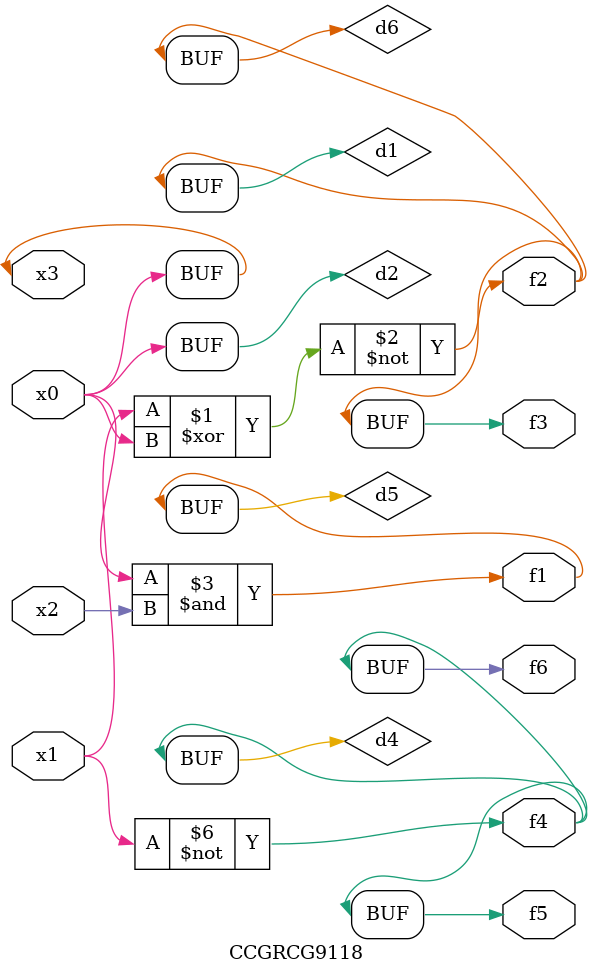
<source format=v>
module CCGRCG9118(
	input x0, x1, x2, x3,
	output f1, f2, f3, f4, f5, f6
);

	wire d1, d2, d3, d4, d5, d6;

	xnor (d1, x1, x3);
	buf (d2, x0, x3);
	nand (d3, x0, x2);
	not (d4, x1);
	nand (d5, d3);
	or (d6, d1);
	assign f1 = d5;
	assign f2 = d6;
	assign f3 = d6;
	assign f4 = d4;
	assign f5 = d4;
	assign f6 = d4;
endmodule

</source>
